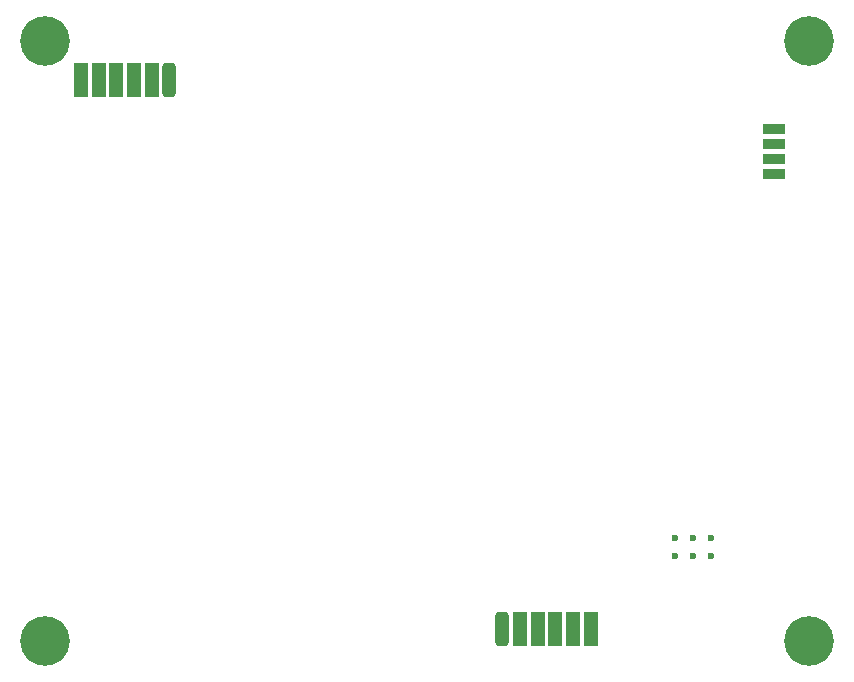
<source format=gbs>
G04*
G04 #@! TF.GenerationSoftware,Altium Limited,Altium Designer,21.6.1 (37)*
G04*
G04 Layer_Color=16711935*
%FSLAX44Y44*%
%MOMM*%
G71*
G04*
G04 #@! TF.SameCoordinates,ED4FE337-CE33-4479-A5C8-1B7B9E4D1B90*
G04*
G04*
G04 #@! TF.FilePolarity,Negative*
G04*
G01*
G75*
%ADD54R,1.2000X2.9000*%
%ADD66C,4.2000*%
%ADD67C,0.6000*%
G04:AMPARAMS|DCode=85|XSize=1.2mm|YSize=2.9mm|CornerRadius=0.35mm|HoleSize=0mm|Usage=FLASHONLY|Rotation=0.000|XOffset=0mm|YOffset=0mm|HoleType=Round|Shape=RoundedRectangle|*
%AMROUNDEDRECTD85*
21,1,1.2000,2.2000,0,0,0.0*
21,1,0.5000,2.9000,0,0,0.0*
1,1,0.7000,0.2500,-1.1000*
1,1,0.7000,-0.2500,-1.1000*
1,1,0.7000,-0.2500,1.1000*
1,1,0.7000,0.2500,1.1000*
%
%ADD85ROUNDEDRECTD85*%
%ADD86R,1.9000X0.9000*%
D54*
X1246485Y771571D02*
D03*
X1216485D02*
D03*
X1201485D02*
D03*
X859610Y1236000D02*
D03*
X829610D02*
D03*
X844610D02*
D03*
X874610D02*
D03*
X889610D02*
D03*
X1231485Y771571D02*
D03*
X1261485D02*
D03*
D66*
X799400Y1269092D02*
D03*
Y761258D02*
D03*
X1446300D02*
D03*
Y1269092D02*
D03*
D67*
X1348010Y848330D02*
D03*
Y833330D02*
D03*
X1333010D02*
D03*
Y848330D02*
D03*
X1363010D02*
D03*
Y833330D02*
D03*
D85*
X1186485Y771571D02*
D03*
X904610Y1236000D02*
D03*
D86*
X1416387Y1156950D02*
D03*
Y1169450D02*
D03*
Y1181950D02*
D03*
Y1194450D02*
D03*
M02*

</source>
